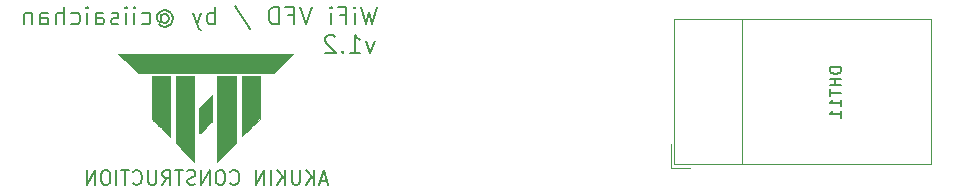
<source format=gbr>
%TF.GenerationSoftware,KiCad,Pcbnew,(5.1.10)-1*%
%TF.CreationDate,2021-05-06T00:31:15+08:00*%
%TF.ProjectId,wifivfd,77696669-7666-4642-9e6b-696361645f70,rev?*%
%TF.SameCoordinates,Original*%
%TF.FileFunction,Legend,Bot*%
%TF.FilePolarity,Positive*%
%FSLAX46Y46*%
G04 Gerber Fmt 4.6, Leading zero omitted, Abs format (unit mm)*
G04 Created by KiCad (PCBNEW (5.1.10)-1) date 2021-05-06 00:31:15*
%MOMM*%
%LPD*%
G01*
G04 APERTURE LIST*
%ADD10C,0.150000*%
%ADD11C,0.200000*%
%ADD12C,0.120000*%
%ADD13C,0.010000*%
G04 APERTURE END LIST*
D10*
X133300000Y-96900000D02*
X132728571Y-96900000D01*
X133414285Y-97242857D02*
X133014285Y-96042857D01*
X132614285Y-97242857D01*
X132214285Y-97242857D02*
X132214285Y-96042857D01*
X131528571Y-97242857D02*
X132042857Y-96557142D01*
X131528571Y-96042857D02*
X132214285Y-96728571D01*
X131014285Y-96042857D02*
X131014285Y-97014285D01*
X130957142Y-97128571D01*
X130900000Y-97185714D01*
X130785714Y-97242857D01*
X130557142Y-97242857D01*
X130442857Y-97185714D01*
X130385714Y-97128571D01*
X130328571Y-97014285D01*
X130328571Y-96042857D01*
X129757142Y-97242857D02*
X129757142Y-96042857D01*
X129071428Y-97242857D02*
X129585714Y-96557142D01*
X129071428Y-96042857D02*
X129757142Y-96728571D01*
X128557142Y-97242857D02*
X128557142Y-96042857D01*
X127985714Y-97242857D02*
X127985714Y-96042857D01*
X127300000Y-97242857D01*
X127300000Y-96042857D01*
X125128571Y-97128571D02*
X125185714Y-97185714D01*
X125357142Y-97242857D01*
X125471428Y-97242857D01*
X125642857Y-97185714D01*
X125757142Y-97071428D01*
X125814285Y-96957142D01*
X125871428Y-96728571D01*
X125871428Y-96557142D01*
X125814285Y-96328571D01*
X125757142Y-96214285D01*
X125642857Y-96100000D01*
X125471428Y-96042857D01*
X125357142Y-96042857D01*
X125185714Y-96100000D01*
X125128571Y-96157142D01*
X124385714Y-96042857D02*
X124157142Y-96042857D01*
X124042857Y-96100000D01*
X123928571Y-96214285D01*
X123871428Y-96442857D01*
X123871428Y-96842857D01*
X123928571Y-97071428D01*
X124042857Y-97185714D01*
X124157142Y-97242857D01*
X124385714Y-97242857D01*
X124500000Y-97185714D01*
X124614285Y-97071428D01*
X124671428Y-96842857D01*
X124671428Y-96442857D01*
X124614285Y-96214285D01*
X124500000Y-96100000D01*
X124385714Y-96042857D01*
X123357142Y-97242857D02*
X123357142Y-96042857D01*
X122671428Y-97242857D01*
X122671428Y-96042857D01*
X122157142Y-97185714D02*
X121985714Y-97242857D01*
X121700000Y-97242857D01*
X121585714Y-97185714D01*
X121528571Y-97128571D01*
X121471428Y-97014285D01*
X121471428Y-96900000D01*
X121528571Y-96785714D01*
X121585714Y-96728571D01*
X121700000Y-96671428D01*
X121928571Y-96614285D01*
X122042857Y-96557142D01*
X122100000Y-96500000D01*
X122157142Y-96385714D01*
X122157142Y-96271428D01*
X122100000Y-96157142D01*
X122042857Y-96100000D01*
X121928571Y-96042857D01*
X121642857Y-96042857D01*
X121471428Y-96100000D01*
X121128571Y-96042857D02*
X120442857Y-96042857D01*
X120785714Y-97242857D02*
X120785714Y-96042857D01*
X119357142Y-97242857D02*
X119757142Y-96671428D01*
X120042857Y-97242857D02*
X120042857Y-96042857D01*
X119585714Y-96042857D01*
X119471428Y-96100000D01*
X119414285Y-96157142D01*
X119357142Y-96271428D01*
X119357142Y-96442857D01*
X119414285Y-96557142D01*
X119471428Y-96614285D01*
X119585714Y-96671428D01*
X120042857Y-96671428D01*
X118842857Y-96042857D02*
X118842857Y-97014285D01*
X118785714Y-97128571D01*
X118728571Y-97185714D01*
X118614285Y-97242857D01*
X118385714Y-97242857D01*
X118271428Y-97185714D01*
X118214285Y-97128571D01*
X118157142Y-97014285D01*
X118157142Y-96042857D01*
X116900000Y-97128571D02*
X116957142Y-97185714D01*
X117128571Y-97242857D01*
X117242857Y-97242857D01*
X117414285Y-97185714D01*
X117528571Y-97071428D01*
X117585714Y-96957142D01*
X117642857Y-96728571D01*
X117642857Y-96557142D01*
X117585714Y-96328571D01*
X117528571Y-96214285D01*
X117414285Y-96100000D01*
X117242857Y-96042857D01*
X117128571Y-96042857D01*
X116957142Y-96100000D01*
X116900000Y-96157142D01*
X116557142Y-96042857D02*
X115871428Y-96042857D01*
X116214285Y-97242857D02*
X116214285Y-96042857D01*
X115471428Y-97242857D02*
X115471428Y-96042857D01*
X114671428Y-96042857D02*
X114442857Y-96042857D01*
X114328571Y-96100000D01*
X114214285Y-96214285D01*
X114157142Y-96442857D01*
X114157142Y-96842857D01*
X114214285Y-97071428D01*
X114328571Y-97185714D01*
X114442857Y-97242857D01*
X114671428Y-97242857D01*
X114785714Y-97185714D01*
X114900000Y-97071428D01*
X114957142Y-96842857D01*
X114957142Y-96442857D01*
X114900000Y-96214285D01*
X114785714Y-96100000D01*
X114671428Y-96042857D01*
X113642857Y-97242857D02*
X113642857Y-96042857D01*
X112957142Y-97242857D01*
X112957142Y-96042857D01*
D11*
X137342857Y-85078571D02*
X136985714Y-86078571D01*
X136628571Y-85078571D01*
X135271428Y-86078571D02*
X136128571Y-86078571D01*
X135700000Y-86078571D02*
X135700000Y-84578571D01*
X135842857Y-84792857D01*
X135985714Y-84935714D01*
X136128571Y-85007142D01*
X134628571Y-85935714D02*
X134557142Y-86007142D01*
X134628571Y-86078571D01*
X134700000Y-86007142D01*
X134628571Y-85935714D01*
X134628571Y-86078571D01*
X133985714Y-84721428D02*
X133914285Y-84650000D01*
X133771428Y-84578571D01*
X133414285Y-84578571D01*
X133271428Y-84650000D01*
X133200000Y-84721428D01*
X133128571Y-84864285D01*
X133128571Y-85007142D01*
X133200000Y-85221428D01*
X134057142Y-86078571D01*
X133128571Y-86078571D01*
D12*
X184480000Y-83260000D02*
X184480000Y-95520000D01*
X168480000Y-83260000D02*
X184480000Y-83260000D01*
X168480000Y-95520000D02*
X184480000Y-95520000D01*
D11*
X137500000Y-82178571D02*
X137142857Y-83678571D01*
X136857142Y-82607142D01*
X136571428Y-83678571D01*
X136214285Y-82178571D01*
X135642857Y-83678571D02*
X135642857Y-82678571D01*
X135642857Y-82178571D02*
X135714285Y-82250000D01*
X135642857Y-82321428D01*
X135571428Y-82250000D01*
X135642857Y-82178571D01*
X135642857Y-82321428D01*
X134428571Y-82892857D02*
X134928571Y-82892857D01*
X134928571Y-83678571D02*
X134928571Y-82178571D01*
X134214285Y-82178571D01*
X133642857Y-83678571D02*
X133642857Y-82678571D01*
X133642857Y-82178571D02*
X133714285Y-82250000D01*
X133642857Y-82321428D01*
X133571428Y-82250000D01*
X133642857Y-82178571D01*
X133642857Y-82321428D01*
X132000000Y-82178571D02*
X131500000Y-83678571D01*
X131000000Y-82178571D01*
X130000000Y-82892857D02*
X130500000Y-82892857D01*
X130500000Y-83678571D02*
X130500000Y-82178571D01*
X129785714Y-82178571D01*
X129214285Y-83678571D02*
X129214285Y-82178571D01*
X128857142Y-82178571D01*
X128642857Y-82250000D01*
X128500000Y-82392857D01*
X128428571Y-82535714D01*
X128357142Y-82821428D01*
X128357142Y-83035714D01*
X128428571Y-83321428D01*
X128500000Y-83464285D01*
X128642857Y-83607142D01*
X128857142Y-83678571D01*
X129214285Y-83678571D01*
X125500000Y-82107142D02*
X126785714Y-84035714D01*
X123857142Y-83678571D02*
X123857142Y-82178571D01*
X123857142Y-82750000D02*
X123714285Y-82678571D01*
X123428571Y-82678571D01*
X123285714Y-82750000D01*
X123214285Y-82821428D01*
X123142857Y-82964285D01*
X123142857Y-83392857D01*
X123214285Y-83535714D01*
X123285714Y-83607142D01*
X123428571Y-83678571D01*
X123714285Y-83678571D01*
X123857142Y-83607142D01*
X122642857Y-82678571D02*
X122285714Y-83678571D01*
X121928571Y-82678571D02*
X122285714Y-83678571D01*
X122428571Y-84035714D01*
X122500000Y-84107142D01*
X122642857Y-84178571D01*
X119285714Y-82964285D02*
X119357142Y-82892857D01*
X119500000Y-82821428D01*
X119642857Y-82821428D01*
X119785714Y-82892857D01*
X119857142Y-82964285D01*
X119928571Y-83107142D01*
X119928571Y-83250000D01*
X119857142Y-83392857D01*
X119785714Y-83464285D01*
X119642857Y-83535714D01*
X119500000Y-83535714D01*
X119357142Y-83464285D01*
X119285714Y-83392857D01*
X119285714Y-82821428D02*
X119285714Y-83392857D01*
X119214285Y-83464285D01*
X119142857Y-83464285D01*
X119000000Y-83392857D01*
X118928571Y-83250000D01*
X118928571Y-82892857D01*
X119071428Y-82678571D01*
X119285714Y-82535714D01*
X119571428Y-82464285D01*
X119857142Y-82535714D01*
X120071428Y-82678571D01*
X120214285Y-82892857D01*
X120285714Y-83178571D01*
X120214285Y-83464285D01*
X120071428Y-83678571D01*
X119857142Y-83821428D01*
X119571428Y-83892857D01*
X119285714Y-83821428D01*
X119071428Y-83678571D01*
X117642857Y-83607142D02*
X117785714Y-83678571D01*
X118071428Y-83678571D01*
X118214285Y-83607142D01*
X118285714Y-83535714D01*
X118357142Y-83392857D01*
X118357142Y-82964285D01*
X118285714Y-82821428D01*
X118214285Y-82750000D01*
X118071428Y-82678571D01*
X117785714Y-82678571D01*
X117642857Y-82750000D01*
X117000000Y-83678571D02*
X117000000Y-82678571D01*
X117000000Y-82178571D02*
X117071428Y-82250000D01*
X117000000Y-82321428D01*
X116928571Y-82250000D01*
X117000000Y-82178571D01*
X117000000Y-82321428D01*
X116285714Y-83678571D02*
X116285714Y-82678571D01*
X116285714Y-82178571D02*
X116357142Y-82250000D01*
X116285714Y-82321428D01*
X116214285Y-82250000D01*
X116285714Y-82178571D01*
X116285714Y-82321428D01*
X115642857Y-83607142D02*
X115500000Y-83678571D01*
X115214285Y-83678571D01*
X115071428Y-83607142D01*
X115000000Y-83464285D01*
X115000000Y-83392857D01*
X115071428Y-83250000D01*
X115214285Y-83178571D01*
X115428571Y-83178571D01*
X115571428Y-83107142D01*
X115642857Y-82964285D01*
X115642857Y-82892857D01*
X115571428Y-82750000D01*
X115428571Y-82678571D01*
X115214285Y-82678571D01*
X115071428Y-82750000D01*
X113714285Y-83678571D02*
X113714285Y-82892857D01*
X113785714Y-82750000D01*
X113928571Y-82678571D01*
X114214285Y-82678571D01*
X114357142Y-82750000D01*
X113714285Y-83607142D02*
X113857142Y-83678571D01*
X114214285Y-83678571D01*
X114357142Y-83607142D01*
X114428571Y-83464285D01*
X114428571Y-83321428D01*
X114357142Y-83178571D01*
X114214285Y-83107142D01*
X113857142Y-83107142D01*
X113714285Y-83035714D01*
X113000000Y-83678571D02*
X113000000Y-82678571D01*
X113000000Y-82178571D02*
X113071428Y-82250000D01*
X113000000Y-82321428D01*
X112928571Y-82250000D01*
X113000000Y-82178571D01*
X113000000Y-82321428D01*
X111642857Y-83607142D02*
X111785714Y-83678571D01*
X112071428Y-83678571D01*
X112214285Y-83607142D01*
X112285714Y-83535714D01*
X112357142Y-83392857D01*
X112357142Y-82964285D01*
X112285714Y-82821428D01*
X112214285Y-82750000D01*
X112071428Y-82678571D01*
X111785714Y-82678571D01*
X111642857Y-82750000D01*
X111000000Y-83678571D02*
X111000000Y-82178571D01*
X110357142Y-83678571D02*
X110357142Y-82892857D01*
X110428571Y-82750000D01*
X110571428Y-82678571D01*
X110785714Y-82678571D01*
X110928571Y-82750000D01*
X111000000Y-82821428D01*
X109000000Y-83678571D02*
X109000000Y-82892857D01*
X109071428Y-82750000D01*
X109214285Y-82678571D01*
X109500000Y-82678571D01*
X109642857Y-82750000D01*
X109000000Y-83607142D02*
X109142857Y-83678571D01*
X109500000Y-83678571D01*
X109642857Y-83607142D01*
X109714285Y-83464285D01*
X109714285Y-83321428D01*
X109642857Y-83178571D01*
X109500000Y-83107142D01*
X109142857Y-83107142D01*
X109000000Y-83035714D01*
X108285714Y-82678571D02*
X108285714Y-83678571D01*
X108285714Y-82821428D02*
X108214285Y-82750000D01*
X108071428Y-82678571D01*
X107857142Y-82678571D01*
X107714285Y-82750000D01*
X107642857Y-82892857D01*
X107642857Y-83678571D01*
D13*
%TO.C,G\u002A\u002A\u002A*%
G36*
X121972698Y-86154963D02*
G01*
X121268354Y-86155392D01*
X120592399Y-86156039D01*
X119956319Y-86156904D01*
X119371597Y-86157987D01*
X119340032Y-86158055D01*
X115643563Y-86166125D01*
X116452479Y-86983687D01*
X117261394Y-87801250D01*
X123046135Y-87798545D01*
X128830875Y-87795840D01*
X129630437Y-86980982D01*
X130429999Y-86166125D01*
X126733250Y-86158055D01*
X126151766Y-86156960D01*
X125518275Y-86156083D01*
X124844263Y-86155423D01*
X124141214Y-86154981D01*
X123420613Y-86154757D01*
X122693946Y-86154751D01*
X121972698Y-86154963D01*
G37*
X121972698Y-86154963D02*
X121268354Y-86155392D01*
X120592399Y-86156039D01*
X119956319Y-86156904D01*
X119371597Y-86157987D01*
X119340032Y-86158055D01*
X115643563Y-86166125D01*
X116452479Y-86983687D01*
X117261394Y-87801250D01*
X123046135Y-87798545D01*
X128830875Y-87795840D01*
X129630437Y-86980982D01*
X130429999Y-86166125D01*
X126733250Y-86158055D01*
X126151766Y-86156960D01*
X125518275Y-86156083D01*
X124844263Y-86155423D01*
X124141214Y-86154981D01*
X123420613Y-86154757D01*
X122693946Y-86154751D01*
X121972698Y-86154963D01*
G36*
X122496750Y-90752869D02*
G01*
X122491988Y-91785309D01*
X122490741Y-92036185D01*
X122489421Y-92267317D01*
X122488086Y-92470892D01*
X122486794Y-92639094D01*
X122485602Y-92764109D01*
X122484569Y-92838123D01*
X122484050Y-92854791D01*
X122494033Y-92895907D01*
X122536207Y-92889939D01*
X122612379Y-92835816D01*
X122724357Y-92732468D01*
X122773592Y-92683199D01*
X122873652Y-92582193D01*
X122960244Y-92496019D01*
X123021654Y-92436270D01*
X123042305Y-92417274D01*
X123081418Y-92379869D01*
X123152274Y-92308303D01*
X123243048Y-92214609D01*
X123299718Y-92155336D01*
X123394382Y-92058908D01*
X123474556Y-91982890D01*
X123529344Y-91937316D01*
X123545781Y-91928750D01*
X123554115Y-91897616D01*
X123561271Y-91806666D01*
X123567150Y-91659573D01*
X123571652Y-91460010D01*
X123574679Y-91211651D01*
X123576132Y-90918170D01*
X123576250Y-90797573D01*
X123576250Y-89666397D01*
X122496750Y-90752869D01*
G37*
X122496750Y-90752869D02*
X122491988Y-91785309D01*
X122490741Y-92036185D01*
X122489421Y-92267317D01*
X122488086Y-92470892D01*
X122486794Y-92639094D01*
X122485602Y-92764109D01*
X122484569Y-92838123D01*
X122484050Y-92854791D01*
X122494033Y-92895907D01*
X122536207Y-92889939D01*
X122612379Y-92835816D01*
X122724357Y-92732468D01*
X122773592Y-92683199D01*
X122873652Y-92582193D01*
X122960244Y-92496019D01*
X123021654Y-92436270D01*
X123042305Y-92417274D01*
X123081418Y-92379869D01*
X123152274Y-92308303D01*
X123243048Y-92214609D01*
X123299718Y-92155336D01*
X123394382Y-92058908D01*
X123474556Y-91982890D01*
X123529344Y-91937316D01*
X123545781Y-91928750D01*
X123554115Y-91897616D01*
X123561271Y-91806666D01*
X123567150Y-91659573D01*
X123571652Y-91460010D01*
X123574679Y-91211651D01*
X123576132Y-90918170D01*
X123576250Y-90797573D01*
X123576250Y-89666397D01*
X122496750Y-90752869D01*
G36*
X126084500Y-90611125D02*
G01*
X126084795Y-91005291D01*
X126085648Y-91380579D01*
X126087014Y-91732221D01*
X126088848Y-92055450D01*
X126091104Y-92345499D01*
X126093737Y-92597599D01*
X126096703Y-92806985D01*
X126099954Y-92968888D01*
X126103447Y-93078541D01*
X126107136Y-93131177D01*
X126108502Y-93135250D01*
X126135848Y-93113531D01*
X126202380Y-93051894D01*
X126302680Y-92955619D01*
X126431331Y-92829982D01*
X126582914Y-92680262D01*
X126752011Y-92511739D01*
X126870502Y-92392854D01*
X127608500Y-91650458D01*
X127608500Y-88087000D01*
X126084500Y-88087000D01*
X126084500Y-90611125D01*
G37*
X126084500Y-90611125D02*
X126084795Y-91005291D01*
X126085648Y-91380579D01*
X126087014Y-91732221D01*
X126088848Y-92055450D01*
X126091104Y-92345499D01*
X126093737Y-92597599D01*
X126096703Y-92806985D01*
X126099954Y-92968888D01*
X126103447Y-93078541D01*
X126107136Y-93131177D01*
X126108502Y-93135250D01*
X126135848Y-93113531D01*
X126202380Y-93051894D01*
X126302680Y-92955619D01*
X126431331Y-92829982D01*
X126582914Y-92680262D01*
X126752011Y-92511739D01*
X126870502Y-92392854D01*
X127608500Y-91650458D01*
X127608500Y-88087000D01*
X126084500Y-88087000D01*
X126084500Y-90611125D01*
G36*
X118464500Y-89847058D02*
G01*
X118465070Y-90237838D01*
X118466739Y-90590015D01*
X118469445Y-90899987D01*
X118473127Y-91164155D01*
X118477725Y-91378918D01*
X118483177Y-91540676D01*
X118489423Y-91645829D01*
X118495774Y-91689371D01*
X118534257Y-91756575D01*
X118572074Y-91788905D01*
X118613345Y-91817810D01*
X118683094Y-91878857D01*
X118769203Y-91960018D01*
X118859551Y-92049263D01*
X118942019Y-92134561D01*
X119004488Y-92203883D01*
X119034837Y-92245198D01*
X119036000Y-92249402D01*
X119061495Y-92279523D01*
X119091563Y-92294855D01*
X119136282Y-92326657D01*
X119210394Y-92394549D01*
X119301510Y-92486807D01*
X119353500Y-92542718D01*
X119477498Y-92674975D01*
X119618944Y-92819859D01*
X119750953Y-92949932D01*
X119774188Y-92972069D01*
X119988500Y-93174691D01*
X119988500Y-88087000D01*
X118464500Y-88087000D01*
X118464500Y-89847058D01*
G37*
X118464500Y-89847058D02*
X118465070Y-90237838D01*
X118466739Y-90590015D01*
X118469445Y-90899987D01*
X118473127Y-91164155D01*
X118477725Y-91378918D01*
X118483177Y-91540676D01*
X118489423Y-91645829D01*
X118495774Y-91689371D01*
X118534257Y-91756575D01*
X118572074Y-91788905D01*
X118613345Y-91817810D01*
X118683094Y-91878857D01*
X118769203Y-91960018D01*
X118859551Y-92049263D01*
X118942019Y-92134561D01*
X119004488Y-92203883D01*
X119034837Y-92245198D01*
X119036000Y-92249402D01*
X119061495Y-92279523D01*
X119091563Y-92294855D01*
X119136282Y-92326657D01*
X119210394Y-92394549D01*
X119301510Y-92486807D01*
X119353500Y-92542718D01*
X119477498Y-92674975D01*
X119618944Y-92819859D01*
X119750953Y-92949932D01*
X119774188Y-92972069D01*
X119988500Y-93174691D01*
X119988500Y-88087000D01*
X118464500Y-88087000D01*
X118464500Y-89847058D01*
G36*
X120504268Y-90899184D02*
G01*
X120496161Y-93727244D01*
X122084269Y-95317054D01*
X122076197Y-91694089D01*
X122068125Y-88071125D01*
X120512375Y-88071125D01*
X120504268Y-90899184D01*
G37*
X120504268Y-90899184D02*
X120496161Y-93727244D01*
X122084269Y-95317054D01*
X122076197Y-91694089D01*
X122068125Y-88071125D01*
X120512375Y-88071125D01*
X120504268Y-90899184D01*
G36*
X124351329Y-88060755D02*
G01*
X124204006Y-88063416D01*
X124101792Y-88068800D01*
X124038565Y-88077148D01*
X124008207Y-88088704D01*
X124003856Y-88094381D01*
X124001910Y-88130837D01*
X124000177Y-88226734D01*
X123998666Y-88378014D01*
X123997384Y-88580617D01*
X123996340Y-88830484D01*
X123995541Y-89123558D01*
X123994996Y-89455779D01*
X123994712Y-89823089D01*
X123994697Y-90221428D01*
X123994961Y-90646739D01*
X123995509Y-91094961D01*
X123996352Y-91562038D01*
X123996702Y-91722375D01*
X124004875Y-95310125D01*
X124719250Y-94589555D01*
X124898004Y-94408959D01*
X125065959Y-94238720D01*
X125216908Y-94085173D01*
X125344643Y-93954652D01*
X125442957Y-93853490D01*
X125505643Y-93788023D01*
X125521110Y-93771299D01*
X125608595Y-93673612D01*
X125600485Y-90872368D01*
X125592375Y-88071125D01*
X124805780Y-88062631D01*
X124549880Y-88060574D01*
X124351329Y-88060755D01*
G37*
X124351329Y-88060755D02*
X124204006Y-88063416D01*
X124101792Y-88068800D01*
X124038565Y-88077148D01*
X124008207Y-88088704D01*
X124003856Y-88094381D01*
X124001910Y-88130837D01*
X124000177Y-88226734D01*
X123998666Y-88378014D01*
X123997384Y-88580617D01*
X123996340Y-88830484D01*
X123995541Y-89123558D01*
X123994996Y-89455779D01*
X123994712Y-89823089D01*
X123994697Y-90221428D01*
X123994961Y-90646739D01*
X123995509Y-91094961D01*
X123996352Y-91562038D01*
X123996702Y-91722375D01*
X124004875Y-95310125D01*
X124719250Y-94589555D01*
X124898004Y-94408959D01*
X125065959Y-94238720D01*
X125216908Y-94085173D01*
X125344643Y-93954652D01*
X125442957Y-93853490D01*
X125505643Y-93788023D01*
X125521110Y-93771299D01*
X125608595Y-93673612D01*
X125600485Y-90872368D01*
X125592375Y-88071125D01*
X124805780Y-88062631D01*
X124549880Y-88060574D01*
X124351329Y-88060755D01*
D12*
%TO.C,DHT11*%
X162730000Y-95520000D02*
X168470000Y-95520000D01*
X168480000Y-95520000D02*
X168480000Y-83260000D01*
X168480000Y-83260000D02*
X162720000Y-83260000D01*
X162720000Y-83260000D02*
X162720000Y-95510000D01*
X162440000Y-95800000D02*
X162440000Y-93800000D01*
X162440000Y-95800000D02*
X164050000Y-95800000D01*
D10*
X176852380Y-87280952D02*
X175852380Y-87280952D01*
X175852380Y-87519047D01*
X175900000Y-87661904D01*
X175995238Y-87757142D01*
X176090476Y-87804761D01*
X176280952Y-87852380D01*
X176423809Y-87852380D01*
X176614285Y-87804761D01*
X176709523Y-87757142D01*
X176804761Y-87661904D01*
X176852380Y-87519047D01*
X176852380Y-87280952D01*
X176852380Y-88280952D02*
X175852380Y-88280952D01*
X176328571Y-88280952D02*
X176328571Y-88852380D01*
X176852380Y-88852380D02*
X175852380Y-88852380D01*
X175852380Y-89185714D02*
X175852380Y-89757142D01*
X176852380Y-89471428D02*
X175852380Y-89471428D01*
X176852380Y-90614285D02*
X176852380Y-90042857D01*
X176852380Y-90328571D02*
X175852380Y-90328571D01*
X175995238Y-90233333D01*
X176090476Y-90138095D01*
X176138095Y-90042857D01*
X176852380Y-91566666D02*
X176852380Y-90995238D01*
X176852380Y-91280952D02*
X175852380Y-91280952D01*
X175995238Y-91185714D01*
X176090476Y-91090476D01*
X176138095Y-90995238D01*
%TD*%
M02*

</source>
